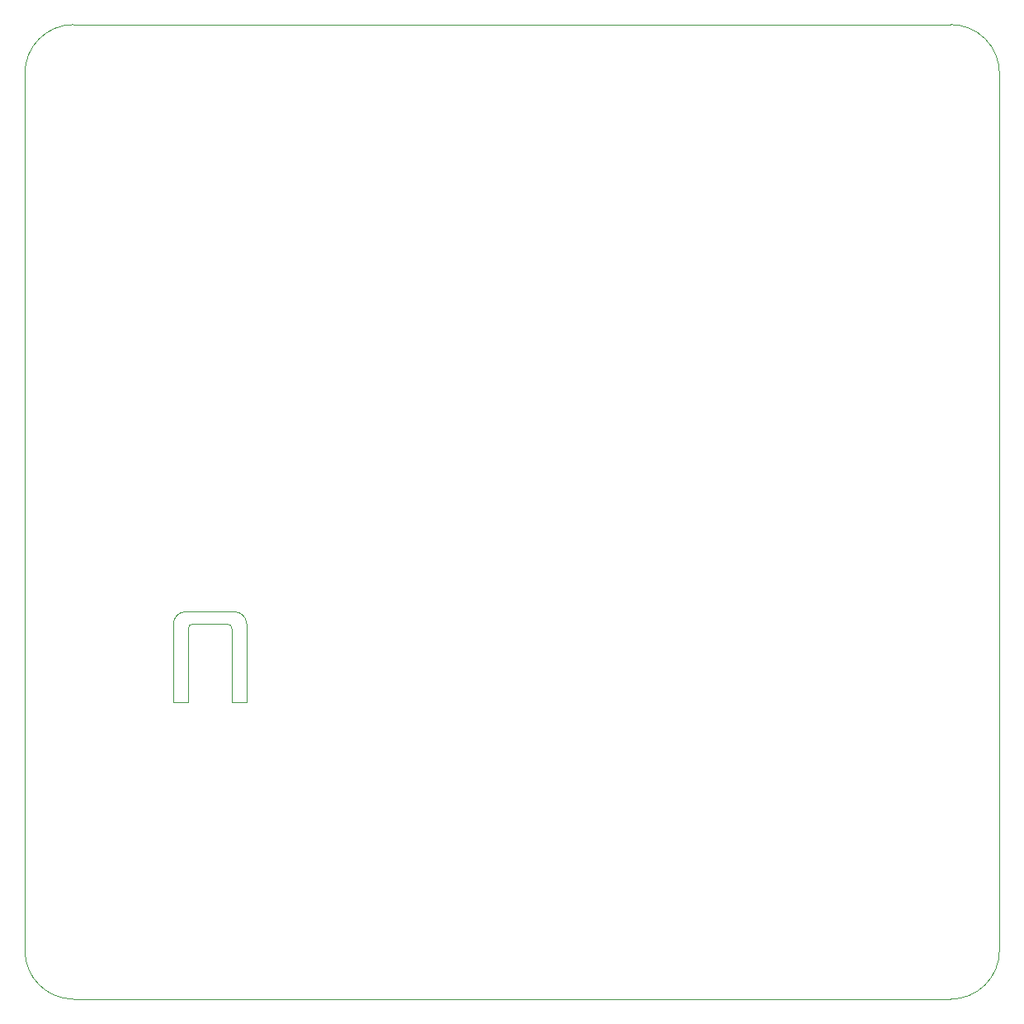
<source format=gbr>
%TF.GenerationSoftware,KiCad,Pcbnew,(5.99.0-10406-ge27733587d)*%
%TF.CreationDate,2021-05-19T17:56:25+05:30*%
%TF.ProjectId,OxiKit-Brainboard_v1,4f78694b-6974-42d4-9272-61696e626f61,rev?*%
%TF.SameCoordinates,Original*%
%TF.FileFunction,Profile,NP*%
%FSLAX46Y46*%
G04 Gerber Fmt 4.6, Leading zero omitted, Abs format (unit mm)*
G04 Created by KiCad (PCBNEW (5.99.0-10406-ge27733587d)) date 2021-05-19 17:56:25*
%MOMM*%
%LPD*%
G01*
G04 APERTURE LIST*
%TA.AperFunction,Profile*%
%ADD10C,0.100000*%
%TD*%
G04 APERTURE END LIST*
D10*
X65250000Y-101500000D02*
G75*
G02*
X66500000Y-100250000I1250000J0D01*
G01*
X66750000Y-109500000D02*
X66750000Y-107000000D01*
X150000000Y-45000000D02*
X150000000Y-135000000D01*
X65250000Y-101500000D02*
X65250000Y-109500000D01*
X150000000Y-45000000D02*
G75*
G03*
X145000000Y-40000000I-5000000J0D01*
G01*
X55000000Y-140000000D02*
G75*
G02*
X50000000Y-135000000I0J5000000D01*
G01*
X72750000Y-101500000D02*
G75*
G03*
X71500000Y-100250000I-1250000J0D01*
G01*
X145000000Y-140000000D02*
X55000000Y-140000000D01*
X66750000Y-107000000D02*
X66750000Y-102000000D01*
X65250000Y-109500000D02*
X66750000Y-109500000D01*
X55000000Y-40000000D02*
X145000000Y-40000000D01*
X71250000Y-102000000D02*
X71250000Y-106750000D01*
X71250000Y-109500000D02*
X72750000Y-109500000D01*
X67250000Y-101500000D02*
X70750000Y-101500000D01*
X67250000Y-101500000D02*
G75*
G03*
X66750000Y-102000000I0J-500000D01*
G01*
X71250000Y-106750000D02*
X71250000Y-109500000D01*
X72750000Y-109500000D02*
X72750000Y-101500000D01*
X71500000Y-100250000D02*
X66500000Y-100250000D01*
X71250000Y-102000000D02*
G75*
G03*
X70750000Y-101500000I-500000J0D01*
G01*
X50000000Y-45000000D02*
G75*
G02*
X55000000Y-40000000I5000000J0D01*
G01*
X150000000Y-135000000D02*
G75*
G02*
X145000000Y-140000000I-5000000J0D01*
G01*
X50000000Y-135000000D02*
X50000000Y-45000000D01*
M02*

</source>
